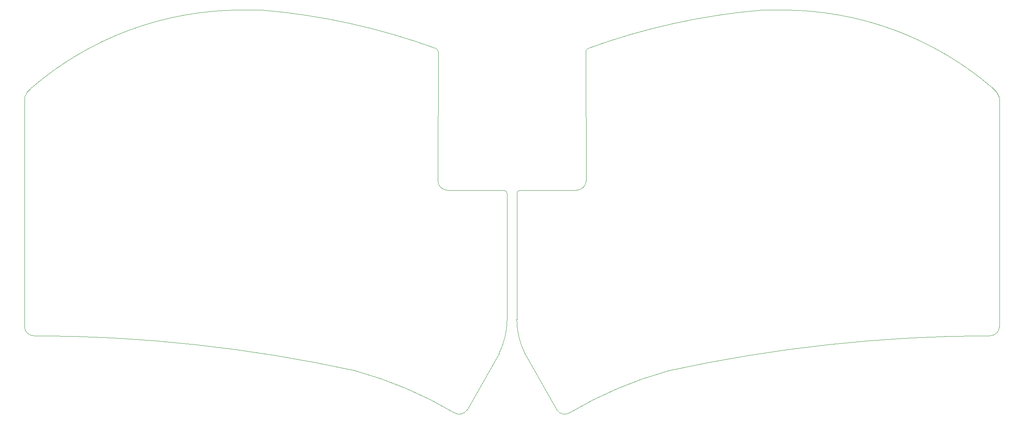
<source format=gbr>
%TF.GenerationSoftware,KiCad,Pcbnew,5.1.6*%
%TF.CreationDate,2020-08-13T12:20:14+01:00*%
%TF.ProjectId,ferris,66657272-6973-42e6-9b69-6361645f7063,rev?*%
%TF.SameCoordinates,Original*%
%TF.FileFunction,Profile,NP*%
%FSLAX46Y46*%
G04 Gerber Fmt 4.6, Leading zero omitted, Abs format (unit mm)*
G04 Created by KiCad (PCBNEW 5.1.6) date 2020-08-13 12:20:14*
%MOMM*%
%LPD*%
G01*
G04 APERTURE LIST*
%TA.AperFunction,Profile*%
%ADD10C,0.050000*%
%TD*%
G04 APERTURE END LIST*
D10*
X119034999Y-52600918D02*
X119034999Y-79575918D01*
X220915000Y-29935000D02*
G75*
G03*
X175941611Y-13178139I-44973389J-51973139D01*
G01*
X171740223Y-13172679D02*
X175941611Y-13178139D01*
X222341945Y-31948702D02*
X222349981Y-81147211D01*
X131814999Y-51830000D02*
X119784999Y-51850918D01*
X119784999Y-51850918D02*
G75*
G03*
X119034999Y-52600918I0J-750000D01*
G01*
X134244710Y-21428889D02*
G75*
G03*
X133809955Y-22109419I315245J-680530D01*
G01*
X127630000Y-98990000D02*
G75*
G03*
X130362000Y-99588735I1662000J1051265D01*
G01*
X220290000Y-83077537D02*
G75*
G03*
X222349981Y-81147211I59982J2000325D01*
G01*
X151629335Y-90557572D02*
G75*
G03*
X130362000Y-99588735I22780665J-83202428D01*
G01*
X171740223Y-13172679D02*
G75*
G03*
X134244710Y-21428889I11947335J-143529624D01*
G01*
X222341945Y-31948702D02*
G75*
G03*
X220915000Y-29935000I-3871945J-1231298D01*
G01*
X131814999Y-51830001D02*
G75*
G03*
X133850000Y-49899082I35002J2000918D01*
G01*
X133850000Y-49899082D02*
X133809955Y-22109419D01*
X120781695Y-86900068D02*
X127630000Y-98990000D01*
X119034998Y-79575918D02*
G75*
G03*
X120781695Y-86900068I16773853J129949D01*
G01*
X220290000Y-83077535D02*
G75*
G03*
X151629335Y-90557571I552038J-323931918D01*
G01*
X15710000Y-83077535D02*
G75*
G02*
X84370665Y-90557571I-552038J-323931918D01*
G01*
X116965001Y-52600918D02*
X116965001Y-79575918D01*
X116965002Y-79575918D02*
G75*
G02*
X115218305Y-86900068I-16773853J129949D01*
G01*
X115218305Y-86900068D02*
X108370000Y-98990000D01*
X102150000Y-49899082D02*
X102190045Y-22109419D01*
X104185001Y-51830001D02*
G75*
G02*
X102150000Y-49899082I-35002J2000918D01*
G01*
X13658055Y-31948702D02*
G75*
G02*
X15085000Y-29935000I3871945J-1231298D01*
G01*
X64259777Y-13172679D02*
G75*
G02*
X101755290Y-21428889I-11947335J-143529624D01*
G01*
X84370665Y-90557572D02*
G75*
G02*
X105638000Y-99588735I-22780665J-83202428D01*
G01*
X15710000Y-83077537D02*
G75*
G02*
X13650019Y-81147211I-59982J2000325D01*
G01*
X108370000Y-98990000D02*
G75*
G02*
X105638000Y-99588735I-1662000J1051265D01*
G01*
X101755290Y-21428889D02*
G75*
G02*
X102190045Y-22109419I-315245J-680530D01*
G01*
X116215001Y-51850918D02*
G75*
G02*
X116965001Y-52600918I0J-750000D01*
G01*
X104185001Y-51830000D02*
X116215001Y-51850918D01*
X13658055Y-31948702D02*
X13650019Y-81147211D01*
X64259777Y-13172679D02*
X60058389Y-13178139D01*
X15085000Y-29935000D02*
G75*
G02*
X60058389Y-13178139I44973389J-51973139D01*
G01*
M02*

</source>
